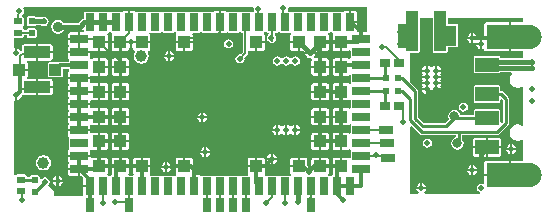
<source format=gtl>
G04 Layer_Physical_Order=1*
G04 Layer_Color=255*
%FSLAX25Y25*%
%MOIN*%
G70*
G01*
G75*
%ADD10R,0.07874X0.04724*%
%ADD11R,0.15748X0.08268*%
%ADD12R,0.04134X0.03937*%
%ADD13R,0.08661X0.04134*%
%ADD14R,0.02500X0.05000*%
%ADD15R,0.05905X0.03150*%
%ADD16R,0.03150X0.05905*%
%ADD17R,0.04331X0.04331*%
%ADD18R,0.02756X0.02362*%
%ADD19R,0.02756X0.02362*%
%ADD20R,0.03858X0.13386*%
%ADD21R,0.02028X0.02362*%
%ADD22R,0.02362X0.02028*%
%ADD23R,0.03347X0.02559*%
%ADD24R,0.05000X0.02500*%
G04:AMPARAMS|DCode=25|XSize=31.5mil|YSize=31.5mil|CornerRadius=15.75mil|HoleSize=0mil|Usage=FLASHONLY|Rotation=90.000|XOffset=0mil|YOffset=0mil|HoleType=Round|Shape=RoundedRectangle|*
%AMROUNDEDRECTD25*
21,1,0.03150,0.00000,0,0,90.0*
21,1,0.00000,0.03150,0,0,90.0*
1,1,0.03150,0.00000,0.00000*
1,1,0.03150,0.00000,0.00000*
1,1,0.03150,0.00000,0.00000*
1,1,0.03150,0.00000,0.00000*
%
%ADD25ROUNDEDRECTD25*%
%ADD26C,0.00700*%
%ADD27C,0.01200*%
%ADD28C,0.00500*%
%ADD29C,0.01500*%
%ADD30C,0.01000*%
%ADD31C,0.01600*%
%ADD32R,0.05750X0.09901*%
%ADD33R,0.04900X0.08100*%
%ADD34R,0.04400X0.06700*%
%ADD35O,0.15748X0.07874*%
%ADD36C,0.03937*%
%ADD37C,0.02000*%
%ADD38C,0.03600*%
G36*
X174000Y65279D02*
X169891D01*
Y60431D01*
Y55584D01*
X174000D01*
Y53325D01*
X166342D01*
Y53542D01*
X166183Y53924D01*
X165801Y54083D01*
X157927D01*
X157544Y53924D01*
X157386Y53542D01*
Y48817D01*
X157544Y48435D01*
X157927Y48276D01*
X165801D01*
X166183Y48435D01*
X166283Y48674D01*
X170013D01*
X170178Y48180D01*
X170089Y48120D01*
X169610Y47404D01*
X169589Y47298D01*
X169529Y47209D01*
X169361Y46364D01*
X169382Y46258D01*
X169361Y46153D01*
X169529Y45308D01*
X169589Y45218D01*
X169610Y45113D01*
X170089Y44396D01*
X170178Y44337D01*
X170238Y44247D01*
X170954Y43769D01*
X171060Y43748D01*
X171150Y43688D01*
X171994Y43520D01*
X172049Y43530D01*
X172100Y43509D01*
X172151Y43530D01*
X172206Y43520D01*
X173050Y43688D01*
X173140Y43748D01*
X173246Y43769D01*
X173500Y43939D01*
X174000Y43671D01*
Y31129D01*
X173500Y30861D01*
X173246Y31031D01*
X173140Y31052D01*
X173050Y31112D01*
X172206Y31280D01*
X172151Y31269D01*
X172100Y31291D01*
X172049Y31269D01*
X171994Y31280D01*
X171150Y31112D01*
X171060Y31052D01*
X170954Y31031D01*
X170238Y30553D01*
X170178Y30463D01*
X170089Y30404D01*
X169610Y29687D01*
X169589Y29582D01*
X169529Y29492D01*
X169361Y28647D01*
X169382Y28542D01*
X169361Y28436D01*
X169529Y27591D01*
X169589Y27502D01*
X169610Y27396D01*
X170089Y26680D01*
X170178Y26620D01*
X170238Y26531D01*
X170954Y26052D01*
X171060Y26031D01*
X171150Y25971D01*
X171994Y25803D01*
X172049Y25814D01*
X172100Y25793D01*
X172151Y25814D01*
X172206Y25803D01*
X173050Y25971D01*
X173140Y26031D01*
X173246Y26052D01*
X173500Y26222D01*
X174000Y25955D01*
Y19216D01*
X169891D01*
Y14368D01*
X169541D01*
Y14018D01*
X160953D01*
Y11723D01*
X160453Y11439D01*
X160000Y11529D01*
X159415Y11413D01*
X158919Y11081D01*
X158587Y10585D01*
X158471Y10000D01*
X158587Y9415D01*
X158919Y8919D01*
X159395Y8600D01*
X159403Y8562D01*
X159281Y8100D01*
X141116D01*
X140965Y8600D01*
X141226Y8774D01*
X141601Y9337D01*
X141664Y9650D01*
X138336D01*
X138399Y9337D01*
X138774Y8774D01*
X139035Y8600D01*
X138884Y8100D01*
X136200D01*
Y30523D01*
X136662Y30714D01*
X139397Y27979D01*
X139727Y27758D01*
X140118Y27680D01*
X151639D01*
Y27044D01*
X151190Y26955D01*
X150504Y26496D01*
X150045Y25810D01*
X149884Y25000D01*
X150045Y24190D01*
X150504Y23504D01*
X151190Y23045D01*
X152000Y22884D01*
X152810Y23045D01*
X153496Y23504D01*
X153955Y24190D01*
X154116Y25000D01*
X153955Y25810D01*
X153678Y26223D01*
Y27680D01*
X165200D01*
X165590Y27758D01*
X165921Y27979D01*
X168921Y30979D01*
X169142Y31310D01*
X169220Y31700D01*
Y39800D01*
X169142Y40190D01*
X168921Y40521D01*
X167384Y42058D01*
X167053Y42279D01*
X166663Y42357D01*
X166342D01*
Y43699D01*
X166183Y44082D01*
X165801Y44240D01*
X157927D01*
X157544Y44082D01*
X157386Y43699D01*
Y38975D01*
X157544Y38592D01*
X157927Y38434D01*
X165801D01*
X166183Y38592D01*
X166342Y38975D01*
Y39563D01*
X166804Y39754D01*
X167180Y39378D01*
Y32122D01*
X166804Y31746D01*
X166342Y31937D01*
Y35825D01*
X166183Y36208D01*
X165801Y36366D01*
X157927D01*
X157544Y36208D01*
X157386Y35825D01*
Y34483D01*
X153020D01*
X152955Y34810D01*
X152496Y35496D01*
X151810Y35955D01*
X151000Y36116D01*
X150190Y35955D01*
X149504Y35496D01*
X149045Y34810D01*
X148884Y34000D01*
X149045Y33190D01*
X149142Y33046D01*
X147715Y31620D01*
X140922D01*
X138920Y33622D01*
Y42300D01*
X138842Y42690D01*
X138621Y43021D01*
X136200Y45442D01*
Y55166D01*
X138864D01*
X139247Y55324D01*
X139405Y55707D01*
Y66700D01*
X143795D01*
Y55707D01*
X143953Y55324D01*
X144336Y55166D01*
X148194D01*
X148577Y55324D01*
X148735Y55707D01*
Y56959D01*
X151800D01*
X152183Y57117D01*
X152341Y57500D01*
Y64200D01*
X152183Y64583D01*
X151800Y64741D01*
X148735D01*
Y66700D01*
X174000D01*
Y65279D01*
D02*
G37*
G36*
X122000Y61942D02*
X120344D01*
Y59654D01*
X119644D01*
Y61942D01*
X118914D01*
X118543Y62410D01*
Y65012D01*
X116254D01*
Y65362D01*
X115904D01*
Y69029D01*
X114680D01*
X114406Y68974D01*
X114317Y68915D01*
X113881Y68698D01*
X113498Y68856D01*
X110349D01*
X109966Y68698D01*
X109550D01*
X109443Y68742D01*
X109168Y68856D01*
X106018D01*
X105635Y68698D01*
X105220D01*
X105113Y68742D01*
X104837Y68856D01*
X101687D01*
X101305Y68698D01*
X100889D01*
X100782Y68742D01*
X100506Y68856D01*
X97357D01*
X96974Y68698D01*
X96558D01*
X96451Y68742D01*
X96176Y68856D01*
X95641D01*
X95374Y69356D01*
X95413Y69415D01*
X95529Y70000D01*
X95527Y70013D01*
X95844Y70400D01*
X122000D01*
Y61942D01*
D02*
G37*
G36*
X84093Y70013D02*
X84071Y69900D01*
X84187Y69315D01*
X84028Y68810D01*
X83530Y68713D01*
X83459Y68742D01*
X83183Y68856D01*
X80034D01*
X79651Y68698D01*
X79236D01*
X79128Y68742D01*
X78853Y68856D01*
X75703D01*
X75321Y68698D01*
X74884Y68915D01*
X74795Y68974D01*
X74522Y69029D01*
X73297D01*
Y65362D01*
Y61696D01*
X74522D01*
X74795Y61750D01*
X74884Y61810D01*
X75321Y62027D01*
X75703Y61868D01*
X78853D01*
X79236Y62027D01*
X79651D01*
X79758Y61982D01*
X80034Y61868D01*
X80442D01*
Y55268D01*
X79753Y54579D01*
X79500Y54629D01*
X78915Y54513D01*
X78419Y54181D01*
X78087Y53685D01*
X77971Y53100D01*
X78087Y52515D01*
X78419Y52019D01*
X78915Y51687D01*
X79500Y51571D01*
X80085Y51687D01*
X80581Y52019D01*
X80913Y52515D01*
X81029Y53100D01*
X80979Y53353D01*
X81921Y54296D01*
X82109Y54577D01*
X82175Y54909D01*
Y55471D01*
X82267Y55571D01*
X82675Y55813D01*
X82790Y55790D01*
X84605D01*
Y58669D01*
X84955D01*
Y59019D01*
X87834D01*
Y60835D01*
X87780Y61108D01*
X87625Y61339D01*
X87556Y61386D01*
X87546Y61505D01*
X87633Y61917D01*
X87897Y62027D01*
X88313D01*
X88420Y61982D01*
X88695Y61868D01*
X89003D01*
X89083Y61787D01*
X89020Y61150D01*
X88919Y61081D01*
X88587Y60585D01*
X88471Y60000D01*
X88587Y59415D01*
X88919Y58919D01*
X89415Y58587D01*
X89518Y58566D01*
X89768Y58399D01*
X90100Y58333D01*
X90432Y58399D01*
X90713Y58587D01*
X90883Y58757D01*
X90917Y58809D01*
X91081Y58919D01*
X91413Y59415D01*
X91529Y60000D01*
X91413Y60585D01*
X91137Y60999D01*
Y61868D01*
X91845D01*
X92228Y62027D01*
X92643D01*
X92750Y61982D01*
X93026Y61868D01*
X96176D01*
X96473Y61991D01*
X96539Y61973D01*
X96559Y61962D01*
X96606Y61793D01*
X96642Y61462D01*
X96458Y61339D01*
X96304Y61108D01*
X96249Y60835D01*
Y59019D01*
X99128D01*
Y58669D01*
X99478D01*
Y55790D01*
X100928D01*
X101289Y55350D01*
X104723D01*
X105072Y55790D01*
X105865D01*
Y58669D01*
X106215D01*
Y59019D01*
X109094D01*
Y60835D01*
X109040Y61108D01*
X108885Y61339D01*
X108842Y61368D01*
X108993Y61868D01*
X109168D01*
X109550Y62027D01*
X109966D01*
X110073Y61982D01*
X110349Y61868D01*
X110523D01*
X110675Y61368D01*
X110632Y61339D01*
X110477Y61108D01*
X110423Y60835D01*
Y59019D01*
X113302D01*
Y58669D01*
X113652D01*
Y55790D01*
X115467D01*
X115740Y55845D01*
X115972Y55999D01*
X116001Y56043D01*
X116501Y55891D01*
Y53748D01*
X116586Y53541D01*
X116405Y53244D01*
X115845Y53156D01*
X115740Y53226D01*
X115467Y53281D01*
X113652D01*
Y50402D01*
Y47523D01*
X115467D01*
X115740Y47577D01*
X115972Y47732D01*
X116001Y47775D01*
X116501Y47623D01*
Y45087D01*
X116624Y44789D01*
X116604Y44718D01*
X116596Y44702D01*
X116396Y44647D01*
X116100Y44611D01*
X115972Y44804D01*
X115740Y44959D01*
X115467Y45013D01*
X113652D01*
Y42134D01*
Y39255D01*
X115467D01*
X115740Y39309D01*
X115972Y39464D01*
X116001Y39507D01*
X116501Y39355D01*
Y36645D01*
X116001Y36493D01*
X115972Y36536D01*
X115740Y36691D01*
X115467Y36745D01*
X113652D01*
Y33866D01*
Y30987D01*
X115467D01*
X115740Y31041D01*
X115972Y31196D01*
X116100Y31389D01*
X116396Y31353D01*
X116596Y31298D01*
X116604Y31282D01*
X116624Y31211D01*
X116501Y30913D01*
Y28377D01*
X116001Y28225D01*
X115972Y28269D01*
X115740Y28423D01*
X115467Y28477D01*
X113652D01*
Y25598D01*
Y22719D01*
X115467D01*
X115740Y22774D01*
X115972Y22928D01*
X116522Y22899D01*
X116659Y22806D01*
Y22635D01*
X116654Y22622D01*
X116501Y22252D01*
Y20109D01*
X116001Y19957D01*
X115972Y20001D01*
X115740Y20155D01*
X115467Y20210D01*
X113652D01*
Y17331D01*
X113302D01*
Y16981D01*
X110423D01*
Y15165D01*
X110477Y14892D01*
X110536Y14804D01*
X110368Y14356D01*
X110318Y14298D01*
X110076Y14250D01*
X109987Y14190D01*
X109550Y13973D01*
X109168Y14132D01*
X108993D01*
X108842Y14632D01*
X108885Y14661D01*
X109040Y14892D01*
X109094Y15165D01*
Y16981D01*
X106215D01*
Y17331D01*
X105865D01*
Y20210D01*
X104050D01*
X103777Y20155D01*
X103545Y20001D01*
X103390Y19769D01*
X103336Y19496D01*
Y17542D01*
X102850Y17177D01*
Y15500D01*
X102150D01*
Y17412D01*
X102007Y17529D01*
Y19496D01*
X101953Y19769D01*
X101798Y20001D01*
X101567Y20155D01*
X101294Y20210D01*
X99478D01*
Y17331D01*
X99128D01*
Y16981D01*
X96249D01*
Y15165D01*
X96304Y14892D01*
X96458Y14661D01*
X96651Y14532D01*
X96616Y14236D01*
X96561Y14037D01*
X96545Y14028D01*
X96473Y14008D01*
X96176Y14132D01*
X93026D01*
X92656Y13979D01*
X92643Y13973D01*
X92228D01*
X92215Y13979D01*
X91845Y14132D01*
X88695D01*
X88313Y13973D01*
X87876Y14190D01*
X87849Y14209D01*
X87767Y14373D01*
X87703Y14777D01*
X87780Y14892D01*
X87834Y15165D01*
Y16981D01*
X84955D01*
X82076D01*
Y15165D01*
X82130Y14892D01*
X82285Y14661D01*
X82328Y14632D01*
X82177Y14132D01*
X80034D01*
X79664Y13979D01*
X79651Y13973D01*
X79236D01*
X79223Y13979D01*
X78853Y14132D01*
X75703D01*
X75333Y13979D01*
X75321Y13973D01*
X74905D01*
X74892Y13979D01*
X74522Y14132D01*
X71372D01*
X71003Y13979D01*
X70990Y13973D01*
X70574D01*
X70561Y13979D01*
X70191Y14132D01*
X67042D01*
X66659Y13973D01*
X66223Y14190D01*
X66134Y14250D01*
X65861Y14304D01*
X64636D01*
Y10638D01*
X63936D01*
Y14304D01*
X63927D01*
X63891Y14344D01*
X63705Y14804D01*
X63764Y14892D01*
X63819Y15165D01*
Y16981D01*
X60939D01*
X58060D01*
Y15165D01*
X58115Y14892D01*
X58269Y14661D01*
X58339Y14614D01*
X58349Y14495D01*
X58262Y14083D01*
X57998Y13973D01*
X57582D01*
X57569Y13979D01*
X57199Y14132D01*
X54050D01*
X53680Y13979D01*
X53667Y13973D01*
X53251D01*
X53238Y13979D01*
X52868Y14132D01*
X49719D01*
X49646Y14102D01*
X49569Y14148D01*
X49518Y14345D01*
X49485Y14734D01*
X49591Y14892D01*
X49645Y15165D01*
Y16981D01*
X46766D01*
X43887D01*
Y15165D01*
X43941Y14892D01*
X44096Y14661D01*
X44140Y14632D01*
X43988Y14132D01*
X42458D01*
X42306Y14632D01*
X42350Y14661D01*
X42504Y14892D01*
X42559Y15165D01*
Y16981D01*
X39680D01*
X36801D01*
Y15165D01*
X36855Y14892D01*
X36914Y14804D01*
X36746Y14356D01*
X36696Y14298D01*
X36454Y14250D01*
X36365Y14190D01*
X35928Y13973D01*
X35546Y14132D01*
X35371D01*
X35220Y14632D01*
X35263Y14661D01*
X35418Y14892D01*
X35472Y15165D01*
Y16981D01*
X32593D01*
Y17331D01*
X32243D01*
Y20210D01*
X30428D01*
X30154Y20155D01*
X30066Y20097D01*
X29606Y20283D01*
X29566Y20318D01*
Y20327D01*
X25900D01*
X22234D01*
Y19102D01*
X22288Y18829D01*
X22443Y18598D01*
Y18426D01*
X22288Y18194D01*
X22234Y17921D01*
Y16696D01*
X25900D01*
Y16346D01*
X26250D01*
Y14058D01*
X26980D01*
X27352Y13590D01*
Y10988D01*
X29640D01*
Y10288D01*
X27352D01*
Y7685D01*
X27215Y7518D01*
X17954Y7501D01*
X17600Y7854D01*
Y9000D01*
X15581Y11019D01*
X15913Y11515D01*
X16029Y12100D01*
X15913Y12685D01*
X15581Y13181D01*
X15085Y13513D01*
X14500Y13629D01*
X13915Y13513D01*
X13419Y13181D01*
X13322Y13037D01*
X12822Y13189D01*
Y13832D01*
X12664Y14214D01*
X12281Y14373D01*
X9919D01*
X9536Y14214D01*
X9380Y13837D01*
X8419D01*
Y14051D01*
X8261Y14434D01*
X7878Y14592D01*
X5122D01*
X4739Y14434D01*
X4700Y14339D01*
X4200Y14438D01*
Y38934D01*
X4650Y39287D01*
Y41000D01*
X5350D01*
Y39336D01*
X5663Y39399D01*
X6226Y39774D01*
X6601Y40337D01*
X6713Y40898D01*
X7019Y41049D01*
X7221Y41084D01*
X7396Y40967D01*
X7670Y40912D01*
X11650D01*
Y43693D01*
Y46474D01*
X8640D01*
X8488Y46974D01*
X8568Y47027D01*
X8722Y47258D01*
X8777Y47532D01*
Y49150D01*
X5996D01*
Y49850D01*
X8777D01*
Y51468D01*
X8722Y51742D01*
X8568Y51973D01*
X8488Y52026D01*
X8640Y52526D01*
X11650D01*
Y55307D01*
Y58088D01*
X7670D01*
X7396Y58033D01*
X7165Y57879D01*
X7010Y57647D01*
X6956Y57374D01*
Y56033D01*
X6456Y55881D01*
X6226Y56226D01*
X5663Y56601D01*
X5350Y56664D01*
Y55000D01*
X4650D01*
Y56713D01*
X4200Y57066D01*
Y60108D01*
X6878D01*
X7261Y60266D01*
X7419Y60649D01*
Y60963D01*
X8378D01*
Y60668D01*
X8536Y60286D01*
X8919Y60127D01*
X11281D01*
X11664Y60286D01*
X11822Y60668D01*
Y62696D01*
X11664Y63079D01*
X11281Y63237D01*
X8919D01*
X8536Y63079D01*
X8378Y62697D01*
X7419D01*
Y63011D01*
X7261Y63394D01*
X7175Y63429D01*
Y63971D01*
X7261Y64006D01*
X7419Y64389D01*
Y66751D01*
X7261Y67134D01*
X6981Y67250D01*
X6883Y67588D01*
X6887Y67788D01*
X7081Y67919D01*
X7413Y68415D01*
X7529Y69000D01*
X7413Y69585D01*
X7203Y69900D01*
X7436Y70400D01*
X83776D01*
X84093Y70013D01*
D02*
G37*
%LPC*%
G36*
X169650Y24664D02*
X169337Y24601D01*
X168774Y24226D01*
X168399Y23663D01*
X168336Y23350D01*
X169650D01*
Y24664D01*
D02*
G37*
G36*
X161514Y26696D02*
X157927D01*
X157654Y26642D01*
X157422Y26487D01*
X157267Y26256D01*
X157213Y25983D01*
Y23970D01*
X161514D01*
Y26696D01*
D02*
G37*
G36*
X165801D02*
X162214D01*
Y23970D01*
X166515D01*
Y25983D01*
X166460Y26256D01*
X166305Y26487D01*
X166074Y26642D01*
X165801Y26696D01*
D02*
G37*
G36*
X170350Y24664D02*
Y23350D01*
X171664D01*
X171601Y23663D01*
X171226Y24226D01*
X170663Y24601D01*
X170350Y24664D01*
D02*
G37*
G36*
X142000Y26529D02*
X141415Y26413D01*
X140919Y26081D01*
X140587Y25585D01*
X140471Y25000D01*
X140587Y24415D01*
X140919Y23919D01*
X141415Y23587D01*
X142000Y23471D01*
X142585Y23587D01*
X143081Y23919D01*
X143413Y24415D01*
X143529Y25000D01*
X143413Y25585D01*
X143081Y26081D01*
X142585Y26413D01*
X142000Y26529D01*
D02*
G37*
G36*
X171664Y22650D02*
X170350D01*
Y21336D01*
X170663Y21399D01*
X171226Y21774D01*
X171601Y22337D01*
X171664Y22650D01*
D02*
G37*
G36*
X169650D02*
X168336D01*
X168399Y22337D01*
X168774Y21774D01*
X169337Y21399D01*
X169650Y21336D01*
Y22650D01*
D02*
G37*
G36*
X166515Y23270D02*
X162214D01*
Y20545D01*
X165801D01*
X166074Y20599D01*
X166305Y20754D01*
X166460Y20985D01*
X166515Y21258D01*
Y23270D01*
D02*
G37*
G36*
X156650Y17664D02*
X156337Y17601D01*
X155774Y17226D01*
X155399Y16663D01*
X155336Y16350D01*
X156650D01*
Y17664D01*
D02*
G37*
G36*
X169191Y19216D02*
X161667D01*
X161394Y19162D01*
X161162Y19007D01*
X161008Y18776D01*
X160953Y18502D01*
Y14718D01*
X169191D01*
Y19216D01*
D02*
G37*
G36*
X157350Y17664D02*
Y16350D01*
X158664D01*
X158601Y16663D01*
X158226Y17226D01*
X157663Y17601D01*
X157350Y17664D01*
D02*
G37*
G36*
X158664Y15650D02*
X157350D01*
Y14336D01*
X157663Y14399D01*
X158226Y14774D01*
X158601Y15337D01*
X158664Y15650D01*
D02*
G37*
G36*
X139650Y11664D02*
X139337Y11601D01*
X138774Y11226D01*
X138399Y10663D01*
X138336Y10350D01*
X139650D01*
Y11664D01*
D02*
G37*
G36*
X140350D02*
Y10350D01*
X141664D01*
X141601Y10663D01*
X141226Y11226D01*
X140663Y11601D01*
X140350Y11664D01*
D02*
G37*
G36*
X156650Y15650D02*
X155336D01*
X155399Y15337D01*
X155774Y14774D01*
X156337Y14399D01*
X156650Y14336D01*
Y15650D01*
D02*
G37*
G36*
X161514Y23270D02*
X157213D01*
Y21258D01*
X157267Y20985D01*
X157422Y20754D01*
X157654Y20599D01*
X157927Y20545D01*
X161514D01*
Y23270D01*
D02*
G37*
G36*
X144450Y50701D02*
X144137Y50638D01*
X143574Y50263D01*
X143550Y50226D01*
X143050D01*
X143026Y50263D01*
X142463Y50638D01*
X142150Y50701D01*
Y49037D01*
X141800D01*
Y48687D01*
X140136D01*
X140199Y48374D01*
X140413Y48053D01*
X140199Y47732D01*
X140136Y47418D01*
X141800D01*
Y46718D01*
X140136D01*
X140199Y46405D01*
X140413Y46084D01*
X140199Y45763D01*
X140136Y45450D01*
X141800D01*
Y44750D01*
X140136D01*
X140199Y44437D01*
X140413Y44116D01*
X140199Y43795D01*
X140136Y43481D01*
X141800D01*
Y43132D01*
X142150D01*
Y41468D01*
X142463Y41530D01*
X142989Y41882D01*
X143141Y41942D01*
X143459D01*
X143611Y41882D01*
X144137Y41530D01*
X144450Y41468D01*
Y43132D01*
X144800D01*
Y43481D01*
X146464D01*
X146401Y43795D01*
X146187Y44116D01*
X146401Y44437D01*
X146464Y44750D01*
X144800D01*
Y45450D01*
X146464D01*
X146401Y45763D01*
X146187Y46084D01*
X146401Y46405D01*
X146464Y46718D01*
X144800D01*
Y47418D01*
X146464D01*
X146401Y47732D01*
X146187Y48053D01*
X146401Y48374D01*
X146464Y48687D01*
X144800D01*
Y49037D01*
X144450D01*
Y50701D01*
D02*
G37*
G36*
X156650Y61664D02*
X156337Y61601D01*
X155774Y61226D01*
X155399Y60663D01*
X155336Y60350D01*
X156650D01*
Y61664D01*
D02*
G37*
G36*
X157350D02*
Y60350D01*
X158664D01*
X158601Y60663D01*
X158226Y61226D01*
X157663Y61601D01*
X157350Y61664D01*
D02*
G37*
G36*
X169191Y60081D02*
X160953D01*
Y59963D01*
X160453Y59643D01*
X160350Y59664D01*
Y58000D01*
Y56336D01*
X160453Y56357D01*
X160732Y56324D01*
X161007Y56027D01*
X161008Y56024D01*
X161162Y55793D01*
X161394Y55638D01*
X161667Y55584D01*
X169191D01*
Y60081D01*
D02*
G37*
G36*
Y65279D02*
X161667D01*
X161394Y65225D01*
X161162Y65070D01*
X161008Y64838D01*
X160953Y64565D01*
Y60782D01*
X169191D01*
Y65279D01*
D02*
G37*
G36*
X159650Y59664D02*
X159337Y59601D01*
X159137Y59468D01*
X158865Y59650D01*
X157350D01*
Y58336D01*
X157663Y58399D01*
X157863Y58532D01*
X158135Y58350D01*
X159650D01*
Y59664D01*
D02*
G37*
G36*
X156650Y59650D02*
X155336D01*
X155399Y59337D01*
X155774Y58774D01*
X156337Y58399D01*
X156650Y58336D01*
Y59650D01*
D02*
G37*
G36*
X159650Y57650D02*
X158336D01*
X158399Y57337D01*
X158774Y56774D01*
X159337Y56399D01*
X159650Y56336D01*
Y57650D01*
D02*
G37*
G36*
X145150Y50701D02*
Y49387D01*
X146464D01*
X146401Y49700D01*
X146026Y50263D01*
X145463Y50638D01*
X145150Y50701D01*
D02*
G37*
G36*
X154000Y38529D02*
X153415Y38413D01*
X152919Y38081D01*
X152587Y37585D01*
X152471Y37000D01*
X152587Y36415D01*
X152919Y35919D01*
X153415Y35587D01*
X154000Y35471D01*
X154585Y35587D01*
X155081Y35919D01*
X155413Y36415D01*
X155529Y37000D01*
X155413Y37585D01*
X155081Y38081D01*
X154585Y38413D01*
X154000Y38529D01*
D02*
G37*
G36*
X141450Y50701D02*
X141137Y50638D01*
X140574Y50263D01*
X140199Y49700D01*
X140136Y49387D01*
X141450D01*
Y50701D01*
D02*
G37*
G36*
X146464Y42781D02*
X145150D01*
Y41468D01*
X145463Y41530D01*
X146026Y41906D01*
X146401Y42468D01*
X146464Y42781D01*
D02*
G37*
G36*
X141450D02*
X140136D01*
X140199Y42468D01*
X140574Y41906D01*
X141137Y41530D01*
X141450Y41468D01*
Y42781D01*
D02*
G37*
G36*
X117829Y69029D02*
X116604D01*
Y65712D01*
X118543D01*
Y68315D01*
X118489Y68588D01*
X118334Y68820D01*
X118102Y68974D01*
X117829Y69029D01*
D02*
G37*
G36*
X112952Y25248D02*
X110423D01*
Y23433D01*
X110477Y23160D01*
X110632Y22928D01*
X110863Y22774D01*
X111136Y22719D01*
X112952D01*
Y25248D01*
D02*
G37*
G36*
X105865D02*
X103336D01*
Y23433D01*
X103390Y23160D01*
X103545Y22928D01*
X103777Y22774D01*
X104050Y22719D01*
X105865D01*
Y25248D01*
D02*
G37*
G36*
X109094D02*
X106565D01*
Y22719D01*
X108380D01*
X108653Y22774D01*
X108885Y22928D01*
X109040Y23160D01*
X109094Y23433D01*
Y25248D01*
D02*
G37*
G36*
X67650Y23664D02*
X67337Y23601D01*
X66774Y23226D01*
X66399Y22663D01*
X66336Y22350D01*
X67650D01*
Y23664D01*
D02*
G37*
G36*
X14106Y21038D02*
X14000Y21017D01*
X13894Y21038D01*
X13126Y20885D01*
X13037Y20825D01*
X12931Y20804D01*
X12280Y20369D01*
X12220Y20280D01*
X12131Y20220D01*
X11696Y19569D01*
X11675Y19463D01*
X11615Y19374D01*
X11462Y18606D01*
X11473Y18551D01*
X11452Y18500D01*
X11473Y18449D01*
X11462Y18394D01*
X11615Y17626D01*
X11675Y17537D01*
X11696Y17431D01*
X12131Y16780D01*
X12220Y16720D01*
X12280Y16631D01*
X12931Y16196D01*
X13037Y16175D01*
X13126Y16115D01*
X13894Y15962D01*
X14000Y15983D01*
X14106Y15962D01*
X14874Y16115D01*
X14963Y16175D01*
X15069Y16196D01*
X15720Y16631D01*
X15780Y16720D01*
X15869Y16780D01*
X16304Y17431D01*
X16325Y17537D01*
X16385Y17626D01*
X16538Y18394D01*
X16527Y18449D01*
X16548Y18500D01*
X16527Y18551D01*
X16538Y18606D01*
X16385Y19374D01*
X16325Y19463D01*
X16304Y19569D01*
X15869Y20220D01*
X15780Y20280D01*
X15720Y20369D01*
X15069Y20804D01*
X14963Y20825D01*
X14874Y20885D01*
X14106Y21038D01*
D02*
G37*
G36*
X68350Y23664D02*
Y22350D01*
X69664D01*
X69601Y22663D01*
X69226Y23226D01*
X68663Y23601D01*
X68350Y23664D01*
D02*
G37*
G36*
X39330Y25248D02*
X36801D01*
Y23433D01*
X36855Y23160D01*
X37010Y22928D01*
X37241Y22774D01*
X37514Y22719D01*
X39330D01*
Y25248D01*
D02*
G37*
G36*
X42559D02*
X40030D01*
Y22719D01*
X41845D01*
X42118Y22774D01*
X42350Y22928D01*
X42504Y23160D01*
X42559Y23433D01*
Y25248D01*
D02*
G37*
G36*
X29566Y28989D02*
X25900D01*
X22234D01*
Y27764D01*
X22288Y27491D01*
X22347Y27402D01*
X22565Y26965D01*
X22406Y26583D01*
Y23433D01*
X22565Y23050D01*
X22347Y22614D01*
X22288Y22525D01*
X22234Y22252D01*
Y21027D01*
X25900D01*
X29566D01*
Y22252D01*
X29512Y22525D01*
X29453Y22614D01*
X29442Y22635D01*
X29463Y22717D01*
X29914Y22924D01*
X29924Y22928D01*
X30154Y22774D01*
X30428Y22719D01*
X32243D01*
Y25598D01*
Y28477D01*
X30428D01*
X30154Y28423D01*
X30066Y28364D01*
X29606Y28550D01*
X29566Y28586D01*
Y28989D01*
D02*
G37*
G36*
X35472Y25248D02*
X32943D01*
Y22719D01*
X34758D01*
X35031Y22774D01*
X35263Y22928D01*
X35418Y23160D01*
X35472Y23433D01*
Y25248D01*
D02*
G37*
G36*
X97650Y31064D02*
X97337Y31001D01*
X96774Y30626D01*
X96750Y30589D01*
X96250D01*
X96226Y30626D01*
X95663Y31001D01*
X95350Y31064D01*
Y29400D01*
Y27736D01*
X95663Y27799D01*
X96226Y28174D01*
X96250Y28211D01*
X96750D01*
X96774Y28174D01*
X97337Y27799D01*
X97650Y27736D01*
Y29400D01*
Y31064D01*
D02*
G37*
G36*
X29566Y37650D02*
X25900D01*
X22234D01*
Y36425D01*
X22288Y36152D01*
X22443Y35921D01*
Y35749D01*
X22288Y35517D01*
X22234Y35244D01*
Y34019D01*
X25900D01*
Y33319D01*
X22234D01*
Y32094D01*
X22288Y31821D01*
X22443Y31590D01*
Y31418D01*
X22288Y31187D01*
X22234Y30913D01*
Y29689D01*
X25900D01*
X29566D01*
Y30879D01*
X29644Y30948D01*
X30035Y31121D01*
X30154Y31041D01*
X30428Y30987D01*
X32243D01*
Y33866D01*
Y36745D01*
X30428D01*
X30154Y36691D01*
X30066Y36632D01*
X29606Y36818D01*
X29566Y36854D01*
Y37650D01*
D02*
G37*
G36*
X98350Y31064D02*
Y29750D01*
X99664D01*
X99601Y30063D01*
X99226Y30626D01*
X98663Y31001D01*
X98350Y31064D01*
D02*
G37*
G36*
X94650D02*
X94337Y31001D01*
X93774Y30626D01*
X93750Y30589D01*
X93250D01*
X93226Y30626D01*
X92663Y31001D01*
X92350Y31064D01*
Y29400D01*
Y27736D01*
X92663Y27799D01*
X93226Y28174D01*
X93250Y28211D01*
X93750D01*
X93774Y28174D01*
X94337Y27799D01*
X94650Y27736D01*
Y29400D01*
Y31064D01*
D02*
G37*
G36*
X35472Y33516D02*
X32943D01*
Y30987D01*
X34758D01*
X35031Y31041D01*
X35263Y31196D01*
X35418Y31428D01*
X35472Y31701D01*
Y33516D01*
D02*
G37*
G36*
X105865D02*
X103336D01*
Y31701D01*
X103390Y31428D01*
X103545Y31196D01*
X103777Y31041D01*
X104050Y30987D01*
X105865D01*
Y33516D01*
D02*
G37*
G36*
X109094D02*
X106565D01*
Y30987D01*
X108380D01*
X108653Y31041D01*
X108885Y31196D01*
X109040Y31428D01*
X109094Y31701D01*
Y33516D01*
D02*
G37*
G36*
X39330D02*
X36801D01*
Y31701D01*
X36855Y31428D01*
X37010Y31196D01*
X37241Y31041D01*
X37514Y30987D01*
X39330D01*
Y33516D01*
D02*
G37*
G36*
X42559D02*
X40030D01*
Y30987D01*
X41845D01*
X42118Y31041D01*
X42350Y31196D01*
X42504Y31428D01*
X42559Y31701D01*
Y33516D01*
D02*
G37*
G36*
X112952Y28477D02*
X111136D01*
X110863Y28423D01*
X110632Y28269D01*
X110477Y28037D01*
X110423Y27764D01*
Y25949D01*
X112952D01*
Y28477D01*
D02*
G37*
G36*
X41845D02*
X40030D01*
Y25949D01*
X42559D01*
Y27764D01*
X42504Y28037D01*
X42350Y28269D01*
X42118Y28423D01*
X41845Y28477D01*
D02*
G37*
G36*
X39330D02*
X37514D01*
X37241Y28423D01*
X37010Y28269D01*
X36855Y28037D01*
X36801Y27764D01*
Y25949D01*
X39330D01*
Y28477D01*
D02*
G37*
G36*
X105865D02*
X104050D01*
X103777Y28423D01*
X103545Y28269D01*
X103390Y28037D01*
X103336Y27764D01*
Y25949D01*
X105865D01*
Y28477D01*
D02*
G37*
G36*
X108380D02*
X106565D01*
Y25949D01*
X109094D01*
Y27764D01*
X109040Y28037D01*
X108885Y28269D01*
X108653Y28423D01*
X108380Y28477D01*
D02*
G37*
G36*
X99664Y29050D02*
X98350D01*
Y27736D01*
X98663Y27799D01*
X99226Y28174D01*
X99601Y28737D01*
X99664Y29050D01*
D02*
G37*
G36*
X91650Y31064D02*
X91337Y31001D01*
X90774Y30626D01*
X90399Y30063D01*
X90336Y29750D01*
X91650D01*
Y31064D01*
D02*
G37*
G36*
X34758Y28477D02*
X32943D01*
Y25949D01*
X35472D01*
Y27764D01*
X35418Y28037D01*
X35263Y28269D01*
X35031Y28423D01*
X34758Y28477D01*
D02*
G37*
G36*
X91650Y29050D02*
X90336D01*
X90399Y28737D01*
X90774Y28174D01*
X91337Y27799D01*
X91650Y27736D01*
Y29050D01*
D02*
G37*
G36*
X56664Y16650D02*
X55350D01*
Y15336D01*
X55663Y15399D01*
X56226Y15774D01*
X56601Y16337D01*
X56664Y16650D01*
D02*
G37*
G36*
X54650D02*
X53336D01*
X53399Y16337D01*
X53774Y15774D01*
X54337Y15399D01*
X54650Y15336D01*
Y16650D01*
D02*
G37*
G36*
X55350Y18664D02*
Y17350D01*
X56664D01*
X56601Y17663D01*
X56226Y18226D01*
X55663Y18601D01*
X55350Y18664D01*
D02*
G37*
G36*
X84605Y20210D02*
X82790D01*
X82517Y20155D01*
X82285Y20001D01*
X82130Y19769D01*
X82076Y19496D01*
Y17681D01*
X84605D01*
Y20210D01*
D02*
G37*
G36*
X54650Y18664D02*
X54337Y18601D01*
X53774Y18226D01*
X53399Y17663D01*
X53336Y17350D01*
X54650D01*
Y18664D01*
D02*
G37*
G36*
X18350Y12050D02*
X17036D01*
X17099Y11737D01*
X17474Y11174D01*
X18037Y10799D01*
X18350Y10736D01*
Y12050D01*
D02*
G37*
G36*
X20364D02*
X19050D01*
Y10736D01*
X19363Y10799D01*
X19926Y11174D01*
X20301Y11737D01*
X20364Y12050D01*
D02*
G37*
G36*
X25550Y15996D02*
X22234D01*
Y14772D01*
X22288Y14499D01*
X22443Y14267D01*
X22674Y14112D01*
X22947Y14058D01*
X25550D01*
Y15996D01*
D02*
G37*
G36*
X18350Y14064D02*
X18037Y14001D01*
X17474Y13626D01*
X17099Y13063D01*
X17036Y12750D01*
X18350D01*
Y14064D01*
D02*
G37*
G36*
X19050D02*
Y12750D01*
X20364D01*
X20301Y13063D01*
X19926Y13626D01*
X19363Y14001D01*
X19050Y14064D01*
D02*
G37*
G36*
X39330Y20210D02*
X37514D01*
X37241Y20155D01*
X37010Y20001D01*
X36855Y19769D01*
X36801Y19496D01*
Y17681D01*
X39330D01*
Y20210D01*
D02*
G37*
G36*
X91764Y19350D02*
X90450D01*
Y18036D01*
X90763Y18099D01*
X91326Y18474D01*
X91701Y19037D01*
X91764Y19350D01*
D02*
G37*
G36*
X89750Y21364D02*
X89437Y21301D01*
X88874Y20926D01*
X88499Y20363D01*
X88436Y20050D01*
X89750D01*
Y21364D01*
D02*
G37*
G36*
X87120Y20210D02*
X85305D01*
Y17681D01*
X87834D01*
Y19496D01*
X87780Y19769D01*
X87625Y20001D01*
X87394Y20155D01*
X87120Y20210D01*
D02*
G37*
G36*
X89750Y19350D02*
X88436D01*
X88499Y19037D01*
X88874Y18474D01*
X89437Y18099D01*
X89750Y18036D01*
Y19350D01*
D02*
G37*
G36*
X69664Y21650D02*
X68350D01*
Y20336D01*
X68663Y20399D01*
X69226Y20774D01*
X69601Y21337D01*
X69664Y21650D01*
D02*
G37*
G36*
X90450Y21364D02*
Y20050D01*
X91764D01*
X91701Y20363D01*
X91326Y20926D01*
X90763Y21301D01*
X90450Y21364D01*
D02*
G37*
G36*
X67650Y21650D02*
X66336D01*
X66399Y21337D01*
X66774Y20774D01*
X67337Y20399D01*
X67650Y20336D01*
Y21650D01*
D02*
G37*
G36*
X34758Y20210D02*
X32943D01*
Y17681D01*
X35472D01*
Y19496D01*
X35418Y19769D01*
X35263Y20001D01*
X35031Y20155D01*
X34758Y20210D01*
D02*
G37*
G36*
X60589D02*
X58774D01*
X58501Y20155D01*
X58269Y20001D01*
X58115Y19769D01*
X58060Y19496D01*
Y17681D01*
X60589D01*
Y20210D01*
D02*
G37*
G36*
X112952D02*
X111136D01*
X110863Y20155D01*
X110632Y20001D01*
X110477Y19769D01*
X110423Y19496D01*
Y17681D01*
X112952D01*
Y20210D01*
D02*
G37*
G36*
X46416D02*
X44601D01*
X44328Y20155D01*
X44096Y20001D01*
X43941Y19769D01*
X43887Y19496D01*
Y17681D01*
X46416D01*
Y20210D01*
D02*
G37*
G36*
X98778D02*
X96963D01*
X96690Y20155D01*
X96458Y20001D01*
X96304Y19769D01*
X96249Y19496D01*
Y17681D01*
X98778D01*
Y20210D01*
D02*
G37*
G36*
X48932D02*
X47116D01*
Y17681D01*
X49645D01*
Y19496D01*
X49591Y19769D01*
X49436Y20001D01*
X49205Y20155D01*
X48932Y20210D01*
D02*
G37*
G36*
X108380D02*
X106565D01*
Y17681D01*
X109094D01*
Y19496D01*
X109040Y19769D01*
X108885Y20001D01*
X108653Y20155D01*
X108380Y20210D01*
D02*
G37*
G36*
X63105D02*
X61289D01*
Y17681D01*
X63819D01*
Y19496D01*
X63764Y19769D01*
X63609Y20001D01*
X63378Y20155D01*
X63105Y20210D01*
D02*
G37*
G36*
X41845D02*
X40030D01*
Y17681D01*
X42559D01*
Y19496D01*
X42504Y19769D01*
X42350Y20001D01*
X42118Y20155D01*
X41845Y20210D01*
D02*
G37*
G36*
X112952Y33516D02*
X110423D01*
Y31701D01*
X110477Y31428D01*
X110632Y31196D01*
X110863Y31041D01*
X111136Y30987D01*
X112952D01*
Y33516D01*
D02*
G37*
G36*
X98000Y53929D02*
X97415Y53813D01*
X96919Y53481D01*
X96801Y53305D01*
X96199D01*
X96081Y53481D01*
X95585Y53813D01*
X95000Y53929D01*
X94415Y53813D01*
X93919Y53481D01*
X93801Y53305D01*
X93199D01*
X93081Y53481D01*
X92585Y53813D01*
X92000Y53929D01*
X91415Y53813D01*
X90919Y53481D01*
X90587Y52985D01*
X90471Y52400D01*
X90587Y51815D01*
X90919Y51319D01*
X91415Y50987D01*
X92000Y50871D01*
X92585Y50987D01*
X93081Y51319D01*
X93199Y51495D01*
X93801D01*
X93919Y51319D01*
X94415Y50987D01*
X95000Y50871D01*
X95585Y50987D01*
X96081Y51319D01*
X96199Y51495D01*
X96801D01*
X96919Y51319D01*
X97415Y50987D01*
X98000Y50871D01*
X98585Y50987D01*
X99081Y51319D01*
X99413Y51815D01*
X99529Y52400D01*
X99413Y52985D01*
X99081Y53481D01*
X98585Y53813D01*
X98000Y53929D01*
D02*
G37*
G36*
X55650Y55664D02*
X55337Y55601D01*
X54774Y55226D01*
X54399Y54663D01*
X54336Y54350D01*
X55650D01*
Y55664D01*
D02*
G37*
G36*
X57664Y53650D02*
X56350D01*
Y52336D01*
X56663Y52399D01*
X57226Y52774D01*
X57601Y53337D01*
X57664Y53650D01*
D02*
G37*
G36*
X17044Y54957D02*
X12350D01*
Y52526D01*
X16330D01*
X16604Y52581D01*
X16835Y52735D01*
X16990Y52967D01*
X17044Y53240D01*
Y54957D01*
D02*
G37*
G36*
X35472Y58319D02*
X32943D01*
Y55790D01*
X34758D01*
X35031Y55845D01*
X35263Y55999D01*
X35418Y56231D01*
X35472Y56504D01*
Y58319D01*
D02*
G37*
G36*
X39330D02*
X36801D01*
Y56504D01*
X36855Y56231D01*
X37010Y55999D01*
X37241Y55845D01*
X37514Y55790D01*
X39330D01*
Y58319D01*
D02*
G37*
G36*
X56350Y55664D02*
Y54350D01*
X57664D01*
X57601Y54663D01*
X57226Y55226D01*
X56663Y55601D01*
X56350Y55664D01*
D02*
G37*
G36*
X16330Y58088D02*
X12350D01*
Y55657D01*
X17044D01*
Y57374D01*
X16990Y57647D01*
X16835Y57879D01*
X16604Y58033D01*
X16330Y58088D01*
D02*
G37*
G36*
X55650Y53650D02*
X54336D01*
X54399Y53337D01*
X54774Y52774D01*
X55337Y52399D01*
X55650Y52336D01*
Y53650D01*
D02*
G37*
G36*
X104664Y54650D02*
X101336D01*
X101399Y54337D01*
X101774Y53774D01*
X102337Y53399D01*
X103000Y53267D01*
X103085Y53284D01*
X103390Y52840D01*
X103336Y52567D01*
Y50752D01*
X105865D01*
Y53281D01*
X104387D01*
X104226Y53774D01*
X104601Y54337D01*
X104664Y54650D01*
D02*
G37*
G36*
X112952Y53281D02*
X111136D01*
X110863Y53226D01*
X110632Y53072D01*
X110477Y52840D01*
X110423Y52567D01*
Y50752D01*
X112952D01*
Y53281D01*
D02*
G37*
G36*
X39330D02*
X37514D01*
X37241Y53226D01*
X37010Y53072D01*
X36855Y52840D01*
X36801Y52567D01*
Y50752D01*
X39330D01*
Y53281D01*
D02*
G37*
G36*
X34758D02*
X32943D01*
Y50752D01*
X35472D01*
Y52567D01*
X35418Y52840D01*
X35263Y53072D01*
X35031Y53226D01*
X34758Y53281D01*
D02*
G37*
G36*
X29566Y54973D02*
X25900D01*
X22234D01*
Y53748D01*
X22288Y53475D01*
X22347Y53386D01*
X22565Y52950D01*
X22406Y52567D01*
Y52114D01*
X19496D01*
X19496Y52114D01*
X19067Y52028D01*
X19039Y52010D01*
X15937D01*
X15554Y51851D01*
X15396Y51468D01*
Y47532D01*
X15554Y47149D01*
X15937Y46990D01*
X20071D01*
X20454Y47149D01*
X20612Y47532D01*
Y49871D01*
X22406D01*
Y49417D01*
X22565Y49035D01*
X22347Y48599D01*
X22288Y48509D01*
X22234Y48236D01*
Y47011D01*
X25900D01*
X29566D01*
Y47414D01*
X29606Y47450D01*
X30066Y47636D01*
X30154Y47577D01*
X30428Y47523D01*
X32243D01*
Y50402D01*
Y53281D01*
X30428D01*
X30154Y53226D01*
X29924Y53072D01*
X29914Y53076D01*
X29463Y53283D01*
X29442Y53365D01*
X29453Y53386D01*
X29512Y53475D01*
X29566Y53748D01*
Y54973D01*
D02*
G37*
G36*
X41845Y53281D02*
X40030D01*
Y50752D01*
X42559D01*
Y52567D01*
X42504Y52840D01*
X42350Y53072D01*
X42118Y53226D01*
X41845Y53281D01*
D02*
G37*
G36*
X108380D02*
X106565D01*
Y50752D01*
X109094D01*
Y52567D01*
X109040Y52840D01*
X108885Y53072D01*
X108653Y53226D01*
X108380Y53281D01*
D02*
G37*
G36*
X60589Y58319D02*
X58060D01*
Y56504D01*
X58115Y56231D01*
X58269Y55999D01*
X58501Y55845D01*
X58774Y55790D01*
X60589D01*
Y58319D01*
D02*
G37*
G36*
X25550Y61942D02*
X22947D01*
X22674Y61888D01*
X22443Y61733D01*
X22288Y61501D01*
X22234Y61228D01*
Y60004D01*
X25550D01*
Y61942D01*
D02*
G37*
G36*
X72597Y69029D02*
X71372D01*
X71099Y68974D01*
X71010Y68915D01*
X70574Y68698D01*
X70191Y68856D01*
X67042D01*
X66659Y68698D01*
X66243D01*
X66136Y68742D01*
X65861Y68856D01*
X62711D01*
X62328Y68698D01*
X61913D01*
X61805Y68742D01*
X61530Y68856D01*
X58380D01*
X57998Y68698D01*
X57582D01*
X57475Y68742D01*
X57199Y68856D01*
X54050D01*
X53667Y68698D01*
X53251D01*
X53144Y68742D01*
X52868Y68856D01*
X49719D01*
X49336Y68698D01*
X48921D01*
X48813Y68742D01*
X48538Y68856D01*
X45388D01*
X45006Y68698D01*
X44569Y68915D01*
X44480Y68974D01*
X44207Y69029D01*
X42982D01*
Y65362D01*
X42282D01*
Y69029D01*
X41058D01*
X40784Y68974D01*
X40695Y68915D01*
X40259Y68698D01*
X39876Y68856D01*
X36727D01*
X36357Y68703D01*
X36344Y68698D01*
X35928D01*
X35915Y68703D01*
X35546Y68856D01*
X32396D01*
X32026Y68703D01*
X32013Y68698D01*
X31598D01*
X31585Y68703D01*
X31215Y68856D01*
X28065D01*
X27683Y68698D01*
X27524Y68315D01*
Y66614D01*
X27152Y66540D01*
X26739Y66263D01*
X25612Y65137D01*
X20815D01*
X20558Y65521D01*
X19797Y66029D01*
X18900Y66207D01*
X18003Y66029D01*
X17242Y65521D01*
X16733Y64760D01*
X16555Y63862D01*
X16733Y62965D01*
X17242Y62204D01*
X18003Y61696D01*
X18900Y61517D01*
X19797Y61696D01*
X20558Y62204D01*
X20815Y62588D01*
X26140D01*
X26628Y62685D01*
X26899Y62866D01*
X27400Y62681D01*
X27464Y62329D01*
X27177Y61942D01*
X26250D01*
Y59654D01*
X25900D01*
Y59303D01*
X22234D01*
Y58079D01*
X22288Y57806D01*
X22443Y57574D01*
Y57402D01*
X22288Y57171D01*
X22234Y56898D01*
Y55673D01*
X25900D01*
X29566D01*
Y55682D01*
X29606Y55717D01*
X30066Y55903D01*
X30154Y55845D01*
X30428Y55790D01*
X32243D01*
Y58669D01*
X32593D01*
Y59019D01*
X35472D01*
Y60835D01*
X35418Y61108D01*
X35263Y61339D01*
X35220Y61368D01*
X35371Y61868D01*
X35546D01*
X35915Y62021D01*
X35928Y62027D01*
X36344D01*
X36357Y62021D01*
X36727Y61868D01*
X36901D01*
X37053Y61368D01*
X37010Y61339D01*
X36855Y61108D01*
X36801Y60835D01*
Y59019D01*
X39680D01*
Y58669D01*
X40030D01*
Y55790D01*
X41845D01*
X42118Y55845D01*
X42350Y55999D01*
X42504Y56231D01*
X42559Y56504D01*
Y56680D01*
X42750Y56837D01*
Y58700D01*
X43450D01*
Y56974D01*
X43887Y56626D01*
Y56504D01*
X43941Y56231D01*
X44096Y55999D01*
X44328Y55845D01*
X44377Y55835D01*
X44613Y55379D01*
X44615Y55290D01*
X44352Y54896D01*
X44160Y53933D01*
X44352Y52970D01*
X44897Y52153D01*
X45714Y51608D01*
X46677Y51416D01*
X47640Y51608D01*
X48457Y52153D01*
X49002Y52970D01*
X49194Y53933D01*
X49002Y54896D01*
X48739Y55290D01*
X48865Y55617D01*
X48998Y55803D01*
X49205Y55845D01*
X49436Y55999D01*
X49591Y56231D01*
X49645Y56504D01*
Y58319D01*
X46766D01*
Y59019D01*
X49645D01*
Y60835D01*
X49591Y61108D01*
X49436Y61339D01*
X49253Y61462D01*
X49288Y61793D01*
X49336Y61962D01*
X49356Y61973D01*
X49422Y61992D01*
X49719Y61868D01*
X52868D01*
X53251Y62027D01*
X53667D01*
X53774Y61982D01*
X54050Y61868D01*
X57199D01*
X57582Y62027D01*
X57998D01*
X58105Y61982D01*
X58262Y61917D01*
X58349Y61505D01*
X58339Y61386D01*
X58269Y61339D01*
X58115Y61108D01*
X58060Y60835D01*
Y59019D01*
X60939D01*
X63819D01*
Y60835D01*
X63764Y61108D01*
X63609Y61339D01*
X63566Y61368D01*
X63718Y61868D01*
X65861D01*
X66243Y62027D01*
X66659D01*
X66766Y61982D01*
X67042Y61868D01*
X70191D01*
X70574Y62027D01*
X71010Y61810D01*
X71099Y61750D01*
X71372Y61696D01*
X72597D01*
Y65362D01*
Y69029D01*
D02*
G37*
G36*
X11281Y67273D02*
X8919D01*
X8536Y67114D01*
X8378Y66732D01*
Y64704D01*
X8536Y64321D01*
X8919Y64163D01*
X11281D01*
X11664Y64321D01*
X11714Y64443D01*
X13231D01*
X13615Y64187D01*
X14200Y64071D01*
X14785Y64187D01*
X15281Y64519D01*
X15613Y65015D01*
X15729Y65600D01*
X15613Y66185D01*
X15281Y66681D01*
X14785Y67013D01*
X14200Y67129D01*
X13615Y67013D01*
X13584Y66992D01*
X11714D01*
X11664Y67114D01*
X11281Y67273D01*
D02*
G37*
G36*
X98778Y58319D02*
X96249D01*
Y56504D01*
X96304Y56231D01*
X96458Y55999D01*
X96690Y55845D01*
X96963Y55790D01*
X98778D01*
Y58319D01*
D02*
G37*
G36*
X109094D02*
X106565D01*
Y55790D01*
X108380D01*
X108653Y55845D01*
X108885Y55999D01*
X109040Y56231D01*
X109094Y56504D01*
Y58319D01*
D02*
G37*
G36*
X63819D02*
X61289D01*
Y55790D01*
X63105D01*
X63378Y55845D01*
X63609Y55999D01*
X63764Y56231D01*
X63819Y56504D01*
Y58319D01*
D02*
G37*
G36*
X87834D02*
X85305D01*
Y55790D01*
X87120D01*
X87394Y55845D01*
X87625Y55999D01*
X87780Y56231D01*
X87834Y56504D01*
Y58319D01*
D02*
G37*
G36*
X75700Y59629D02*
X75115Y59513D01*
X74619Y59181D01*
X74287Y58685D01*
X74171Y58100D01*
X74287Y57515D01*
X74619Y57019D01*
X75115Y56687D01*
X75700Y56571D01*
X76285Y56687D01*
X76781Y57019D01*
X77113Y57515D01*
X77229Y58100D01*
X77113Y58685D01*
X76781Y59181D01*
X76285Y59513D01*
X75700Y59629D01*
D02*
G37*
G36*
X112952Y58319D02*
X110423D01*
Y56504D01*
X110477Y56231D01*
X110632Y55999D01*
X110863Y55845D01*
X111136Y55790D01*
X112952D01*
Y58319D01*
D02*
G37*
G36*
X29566Y46311D02*
X25900D01*
X22234D01*
Y45087D01*
X22288Y44813D01*
X22443Y44582D01*
Y44410D01*
X22288Y44179D01*
X22234Y43905D01*
Y42681D01*
X25900D01*
Y41981D01*
X22234D01*
Y40756D01*
X22288Y40483D01*
X22443Y40251D01*
Y40080D01*
X22288Y39848D01*
X22234Y39575D01*
Y38350D01*
X25900D01*
X29566D01*
Y39146D01*
X29606Y39182D01*
X30066Y39368D01*
X30154Y39309D01*
X30428Y39255D01*
X32243D01*
Y42134D01*
Y45013D01*
X30428D01*
X30154Y44959D01*
X30035Y44879D01*
X29644Y45052D01*
X29566Y45121D01*
Y46311D01*
D02*
G37*
G36*
X35472Y41784D02*
X32943D01*
Y39255D01*
X34758D01*
X35031Y39309D01*
X35263Y39464D01*
X35418Y39695D01*
X35472Y39968D01*
Y41784D01*
D02*
G37*
G36*
X34758Y36745D02*
X32943D01*
Y34216D01*
X35472D01*
Y36031D01*
X35418Y36305D01*
X35263Y36536D01*
X35031Y36691D01*
X34758Y36745D01*
D02*
G37*
G36*
X105865Y41784D02*
X103336D01*
Y39968D01*
X103390Y39695D01*
X103545Y39464D01*
X103777Y39309D01*
X104050Y39255D01*
X105865D01*
Y41784D01*
D02*
G37*
G36*
X109094D02*
X106565D01*
Y39255D01*
X108380D01*
X108653Y39309D01*
X108885Y39464D01*
X109040Y39695D01*
X109094Y39968D01*
Y41784D01*
D02*
G37*
G36*
X39330D02*
X36801D01*
Y39968D01*
X36855Y39695D01*
X37010Y39464D01*
X37241Y39309D01*
X37514Y39255D01*
X39330D01*
Y41784D01*
D02*
G37*
G36*
X42559D02*
X40030D01*
Y39255D01*
X41845D01*
X42118Y39309D01*
X42350Y39464D01*
X42504Y39695D01*
X42559Y39968D01*
Y41784D01*
D02*
G37*
G36*
X108380Y36745D02*
X106565D01*
Y34216D01*
X109094D01*
Y36031D01*
X109040Y36305D01*
X108885Y36536D01*
X108653Y36691D01*
X108380Y36745D01*
D02*
G37*
G36*
X66650Y35287D02*
X66337Y35224D01*
X65774Y34849D01*
X65399Y34286D01*
X65336Y33973D01*
X66650D01*
Y35287D01*
D02*
G37*
G36*
X67350D02*
Y33973D01*
X68664D01*
X68601Y34286D01*
X68226Y34849D01*
X67663Y35224D01*
X67350Y35287D01*
D02*
G37*
G36*
X66650Y33273D02*
X65336D01*
X65399Y32960D01*
X65774Y32397D01*
X66337Y32022D01*
X66650Y31959D01*
Y33273D01*
D02*
G37*
G36*
X68664D02*
X67350D01*
Y31959D01*
X67663Y32022D01*
X68226Y32397D01*
X68601Y32960D01*
X68664Y33273D01*
D02*
G37*
G36*
X112952Y36745D02*
X111136D01*
X110863Y36691D01*
X110632Y36536D01*
X110477Y36305D01*
X110423Y36031D01*
Y34216D01*
X112952D01*
Y36745D01*
D02*
G37*
G36*
X41845D02*
X40030D01*
Y34216D01*
X42559D01*
Y36031D01*
X42504Y36305D01*
X42350Y36536D01*
X42118Y36691D01*
X41845Y36745D01*
D02*
G37*
G36*
X39330D02*
X37514D01*
X37241Y36691D01*
X37010Y36536D01*
X36855Y36305D01*
X36801Y36031D01*
Y34216D01*
X39330D01*
Y36745D01*
D02*
G37*
G36*
X105865D02*
X104050D01*
X103777Y36691D01*
X103545Y36536D01*
X103390Y36305D01*
X103336Y36031D01*
Y34216D01*
X105865D01*
Y36745D01*
D02*
G37*
G36*
X112952Y41784D02*
X110423D01*
Y39968D01*
X110477Y39695D01*
X110632Y39464D01*
X110863Y39309D01*
X111136Y39255D01*
X112952D01*
Y41784D01*
D02*
G37*
G36*
X39330Y50051D02*
X36801D01*
Y48236D01*
X36855Y47963D01*
X37010Y47732D01*
X37241Y47577D01*
X37514Y47523D01*
X39330D01*
Y50051D01*
D02*
G37*
G36*
X42559D02*
X40030D01*
Y47523D01*
X41845D01*
X42118Y47577D01*
X42350Y47732D01*
X42504Y47963D01*
X42559Y48236D01*
Y50051D01*
D02*
G37*
G36*
X16330Y46474D02*
X12350D01*
Y44043D01*
X17044D01*
Y45760D01*
X16990Y46033D01*
X16835Y46265D01*
X16604Y46419D01*
X16330Y46474D01*
D02*
G37*
G36*
X35472Y50051D02*
X32943D01*
Y47523D01*
X34758D01*
X35031Y47577D01*
X35263Y47732D01*
X35418Y47963D01*
X35472Y48236D01*
Y50051D01*
D02*
G37*
G36*
X112952D02*
X110423D01*
Y48236D01*
X110477Y47963D01*
X110632Y47732D01*
X110863Y47577D01*
X111136Y47523D01*
X112952D01*
Y50051D01*
D02*
G37*
G36*
X105865D02*
X103336D01*
Y48236D01*
X103390Y47963D01*
X103545Y47732D01*
X103777Y47577D01*
X104050Y47523D01*
X105865D01*
Y50051D01*
D02*
G37*
G36*
X109094D02*
X106565D01*
Y47523D01*
X108380D01*
X108653Y47577D01*
X108885Y47732D01*
X109040Y47963D01*
X109094Y48236D01*
Y50051D01*
D02*
G37*
G36*
X34758Y45013D02*
X32943D01*
Y42484D01*
X35472D01*
Y44299D01*
X35418Y44572D01*
X35263Y44804D01*
X35031Y44959D01*
X34758Y45013D01*
D02*
G37*
G36*
X39330D02*
X37514D01*
X37241Y44959D01*
X37010Y44804D01*
X36855Y44572D01*
X36801Y44299D01*
Y42484D01*
X39330D01*
Y45013D01*
D02*
G37*
G36*
X17044Y43343D02*
X12350D01*
Y40912D01*
X16330D01*
X16604Y40967D01*
X16835Y41121D01*
X16990Y41353D01*
X17044Y41626D01*
Y43343D01*
D02*
G37*
G36*
X41845Y45013D02*
X40030D01*
Y42484D01*
X42559D01*
Y44299D01*
X42504Y44572D01*
X42350Y44804D01*
X42118Y44959D01*
X41845Y45013D01*
D02*
G37*
G36*
X108380D02*
X106565D01*
Y42484D01*
X109094D01*
Y44299D01*
X109040Y44572D01*
X108885Y44804D01*
X108653Y44959D01*
X108380Y45013D01*
D02*
G37*
G36*
X105865D02*
X104050D01*
X103777Y44959D01*
X103545Y44804D01*
X103390Y44572D01*
X103336Y44299D01*
Y42484D01*
X105865D01*
Y45013D01*
D02*
G37*
G36*
X112952D02*
X111136D01*
X110863Y44959D01*
X110632Y44804D01*
X110477Y44572D01*
X110423Y44299D01*
Y42484D01*
X112952D01*
Y45013D01*
D02*
G37*
%LPD*%
D10*
X161864Y33463D02*
D03*
Y41337D02*
D03*
Y23620D02*
D03*
Y51179D02*
D03*
D11*
X169541Y14368D02*
D03*
X169541Y60431D02*
D03*
D12*
X18004Y49500D02*
D03*
X5996D02*
D03*
D13*
X12000Y43693D02*
D03*
Y55307D02*
D03*
D14*
X77100Y4300D02*
D03*
X29600Y4400D02*
D03*
X42600D02*
D03*
X72700Y4300D02*
D03*
X68500D02*
D03*
X103100D02*
D03*
X81600D02*
D03*
D15*
X119994Y59654D02*
D03*
Y55323D02*
D03*
Y50992D02*
D03*
Y46661D02*
D03*
Y42331D02*
D03*
Y38000D02*
D03*
Y33669D02*
D03*
Y29339D02*
D03*
Y25008D02*
D03*
Y20677D02*
D03*
Y16346D02*
D03*
X25900Y59654D02*
D03*
Y50992D02*
D03*
Y55323D02*
D03*
Y46661D02*
D03*
Y42331D02*
D03*
Y33669D02*
D03*
Y38000D02*
D03*
Y25008D02*
D03*
Y20677D02*
D03*
Y29339D02*
D03*
Y16346D02*
D03*
D16*
X116254Y65362D02*
D03*
X111924D02*
D03*
X107593D02*
D03*
X103262D02*
D03*
X94601D02*
D03*
X98931D02*
D03*
X90270D02*
D03*
X72947D02*
D03*
X77278D02*
D03*
X68617D02*
D03*
X85939D02*
D03*
X81609D02*
D03*
X116254Y10638D02*
D03*
X111924D02*
D03*
X107593D02*
D03*
X103262D02*
D03*
X94601D02*
D03*
X98931D02*
D03*
X90270D02*
D03*
X85939D02*
D03*
X81609D02*
D03*
X72947D02*
D03*
X68617D02*
D03*
X77278D02*
D03*
X64286Y65362D02*
D03*
X55624D02*
D03*
X59955D02*
D03*
X51294D02*
D03*
X42632D02*
D03*
X38302D02*
D03*
X46963D02*
D03*
X33971D02*
D03*
X29640D02*
D03*
X59955Y10638D02*
D03*
X51294D02*
D03*
X55625D02*
D03*
X46963D02*
D03*
X33971D02*
D03*
X64286D02*
D03*
X42632D02*
D03*
X38302D02*
D03*
X29640D02*
D03*
D17*
X113302Y58669D02*
D03*
Y50402D02*
D03*
Y42134D02*
D03*
X106215D02*
D03*
Y58669D02*
D03*
Y50402D02*
D03*
X99128Y58669D02*
D03*
X84955D02*
D03*
X113302Y33866D02*
D03*
X106215D02*
D03*
X113302Y25598D02*
D03*
Y17331D02*
D03*
X106215D02*
D03*
Y25598D02*
D03*
X99128Y17331D02*
D03*
X84955D02*
D03*
X46766Y58669D02*
D03*
X60939D02*
D03*
X39680D02*
D03*
Y42134D02*
D03*
Y50402D02*
D03*
X32593Y58669D02*
D03*
Y50402D02*
D03*
Y42134D02*
D03*
X60939Y17331D02*
D03*
X46766D02*
D03*
X39680Y25598D02*
D03*
Y17331D02*
D03*
Y33866D02*
D03*
X32593D02*
D03*
Y25598D02*
D03*
Y17331D02*
D03*
D18*
X6500Y9130D02*
D03*
X5500Y65570D02*
D03*
D19*
X6500Y12870D02*
D03*
X5500Y61830D02*
D03*
D20*
X146265Y62400D02*
D03*
X136935D02*
D03*
D21*
X132218Y42500D02*
D03*
X128182D02*
D03*
X132218Y46600D02*
D03*
X128182D02*
D03*
D22*
X10100Y65718D02*
D03*
Y61682D02*
D03*
X11100Y12818D02*
D03*
Y8782D02*
D03*
D23*
X132562Y51900D02*
D03*
X127838D02*
D03*
X132562Y37300D02*
D03*
X127838D02*
D03*
D24*
X128300Y29300D02*
D03*
X128500Y25000D02*
D03*
X128800Y20200D02*
D03*
D25*
X152000Y25000D02*
D03*
X151000Y34000D02*
D03*
D26*
X119994Y20677D02*
X128800D01*
X99667Y58996D02*
X100688Y57312D01*
X85085Y59669D02*
X85754Y59000D01*
X39680Y58669D02*
X46766D01*
X6757Y54614D02*
X12450D01*
X39680Y42134D02*
Y52320D01*
X6149Y43000D02*
X12450D01*
X90270Y59370D02*
Y65362D01*
X94000Y65963D02*
Y70000D01*
X41500Y5500D02*
X42600Y4400D01*
X38000Y5500D02*
X41500D01*
X68500Y4300D02*
X68617Y4417D01*
Y10638D01*
X72700Y4300D02*
X72947Y4547D01*
Y10638D01*
X77100Y4300D02*
X77278Y4478D01*
Y10638D01*
X128300Y57000D02*
X132562Y52738D01*
X133700Y32000D02*
Y36162D01*
X132562Y37300D02*
X133700Y36162D01*
X132562Y51900D02*
Y52738D01*
X79500Y53100D02*
X81309Y54909D01*
X42632Y6100D02*
Y10638D01*
X60939Y58669D02*
X62270Y60000D01*
X71000D01*
X72947Y61947D01*
Y65362D01*
X32593Y58669D02*
X39680D01*
X32593D02*
X35262Y56000D01*
X36000D01*
X39680Y52320D01*
X32593Y42134D02*
Y50402D01*
Y42134D02*
X39680D01*
X26097D02*
X32593D01*
X25900Y55323D02*
Y59654D01*
X31609D01*
X32593Y58669D01*
X42632Y61622D02*
Y65362D01*
X39680Y58669D02*
X42632Y61622D01*
X94601Y5070D02*
Y10638D01*
X33971Y5029D02*
X34000Y5000D01*
X33971Y5029D02*
Y10638D01*
X88200Y5000D02*
Y5100D01*
X90270Y7170D01*
Y10638D01*
X6900Y7000D02*
Y8730D01*
X6500Y9130D02*
X6900Y8730D01*
X90100Y59200D02*
X90270Y59370D01*
X94000Y65963D02*
X94601Y65362D01*
X85600Y65702D02*
Y69900D01*
Y65702D02*
X85939Y65362D01*
X5500Y61830D02*
X9952D01*
X10100Y61682D01*
X5400Y65670D02*
Y68000D01*
Y65670D02*
X5500Y65570D01*
X12332Y54732D02*
X12450Y54614D01*
X103000Y6000D02*
X103262Y6262D01*
Y10638D01*
X81609Y6100D02*
Y10638D01*
X119994Y29338D02*
X128300D01*
X119994Y25008D02*
X128500D01*
X126400Y57000D02*
X126900D01*
X128300D01*
X99667Y58996D02*
X99667Y58996D01*
X81309Y54909D02*
Y67062D01*
D27*
X167973Y59000D02*
X169473Y60500D01*
X106215Y58669D02*
X119010D01*
X106215Y42134D02*
Y58215D01*
X113302Y25598D02*
Y42134D01*
X104331Y17331D02*
X113302D01*
X111924Y10638D02*
X119938D01*
X84955Y11622D02*
Y18000D01*
X56831Y17331D02*
X63169D01*
X25900Y33669D02*
Y46661D01*
X56500Y17000D02*
X56831Y17331D01*
X157000Y60000D02*
X166972D01*
X167973Y59000D01*
X169473Y60500D02*
X169541Y60431D01*
X29600Y4400D02*
X29640Y4440D01*
Y10638D01*
X119994Y10695D02*
Y16346D01*
X119938Y10638D02*
X119994Y10695D01*
X106215Y25598D02*
X113302D01*
X25900Y29339D02*
Y33669D01*
Y16346D02*
Y20677D01*
Y33669D02*
X32396D01*
X32593Y33866D01*
X39680D01*
Y25598D02*
Y33866D01*
X32593Y25598D02*
X39680D01*
X32593Y17331D02*
Y25598D01*
X25900Y16346D02*
X31609D01*
X32593Y17331D01*
X39680D01*
X38302Y10638D02*
Y15953D01*
X39680Y17331D01*
X25900Y16346D02*
X29640Y12606D01*
X46963Y10638D02*
Y17134D01*
X46766Y17331D02*
X46963Y17134D01*
X39680Y17331D02*
X46766D01*
X63169D02*
X64286Y16214D01*
Y10638D02*
Y16214D01*
X84955Y11622D02*
X85939Y10638D01*
X111924D02*
Y15953D01*
X113302Y17331D01*
X100669D02*
X102500Y15500D01*
X104331Y17331D01*
X99128D02*
X100669D01*
X116254Y65362D02*
X116638D01*
X119994Y62006D01*
Y59654D02*
Y62006D01*
X119010Y58669D02*
X119994Y59654D01*
X113302Y50402D02*
X113892Y50992D01*
X119994D01*
X109866Y42134D02*
X113302D01*
X109500Y42500D02*
X109866Y42134D01*
X106581Y42500D02*
X109500D01*
X106215Y42134D02*
X106581Y42500D01*
X113302Y42134D02*
Y50402D01*
X106215Y25598D02*
Y33866D01*
X6149Y48510D02*
X6446Y48807D01*
X19496Y50992D02*
X25900D01*
X18004Y49500D02*
X19496Y50992D01*
X6149Y43000D02*
Y48510D01*
Y42149D02*
Y43000D01*
X5000Y41000D02*
X6149Y42149D01*
X84955Y17331D02*
X87731D01*
X90100Y19700D01*
X111924Y8076D02*
Y10638D01*
Y8076D02*
X114000Y6000D01*
D28*
X6046Y48807D02*
Y53903D01*
X6757Y54614D01*
D29*
X103000Y55000D02*
X106215Y58215D01*
X100688Y57312D02*
X103000Y55000D01*
X106215Y58215D02*
Y58669D01*
X19900Y63862D02*
X26140D01*
X27640Y65362D01*
X10100Y65718D02*
X14082D01*
X14200Y65600D01*
X27640Y65362D02*
X36302D01*
D30*
X131700Y42300D02*
X131859Y42141D01*
X140118Y28700D02*
X152659D01*
X136100Y32718D02*
X140118Y28700D01*
X152659Y25659D02*
Y28700D01*
X151000Y33463D02*
X161864D01*
X162400D01*
X152659Y28700D02*
X165200D01*
X152000Y25000D02*
X152659Y25659D01*
X140500Y30600D02*
X148137D01*
X137900Y33200D02*
X140500Y30600D01*
X137900Y33200D02*
Y42300D01*
X148137Y30600D02*
X151000Y33463D01*
X133600Y46600D02*
X137900Y42300D01*
X133500Y42500D02*
X136100Y39900D01*
Y32718D02*
Y39900D01*
X165200Y28700D02*
X168200Y31700D01*
Y39800D01*
X166663Y41337D02*
X168200Y39800D01*
X161864Y41337D02*
X166663D01*
X132218Y42500D02*
X133500D01*
X132218Y46600D02*
X133600D01*
X117994Y42331D02*
X119994D01*
Y42331D02*
X127952D01*
X127838Y37300D02*
X127982Y37444D01*
Y42300D01*
X128182Y42500D01*
X119994Y46661D02*
X127776D01*
X127838Y46600D01*
X6552Y12818D02*
X11100D01*
X6500Y12870D02*
X6552Y12818D01*
X117994Y46661D02*
X119994D01*
X11100Y8782D02*
X11182D01*
X14500Y12100D01*
X127838Y46600D02*
Y51900D01*
X127952Y42331D02*
X127982Y42300D01*
D31*
X163343Y49700D02*
X163643Y50000D01*
X159800Y21557D02*
X161864Y23620D01*
X159800Y18700D02*
Y21557D01*
X98931Y5568D02*
Y10638D01*
X161864Y51179D02*
X163343Y49700D01*
X163643Y50000D02*
X177000D01*
X164284Y52000D02*
X177000D01*
D32*
X144325Y37850D02*
D03*
D33*
X134450Y60650D02*
D03*
D34*
X149600Y60850D02*
D03*
D35*
X172100Y60431D02*
D03*
Y14368D02*
D03*
D36*
X46677Y53933D02*
D03*
X14000Y18500D02*
D03*
D37*
X125000Y21000D02*
D03*
X103000Y55000D02*
D03*
X140000Y10000D02*
D03*
X68000Y22000D02*
D03*
X170000Y23000D02*
D03*
X177000Y43000D02*
D03*
Y39000D02*
D03*
X160000Y10000D02*
D03*
X5000Y55000D02*
D03*
X38000Y5500D02*
D03*
X157000Y60000D02*
D03*
X160000Y58000D02*
D03*
X133000D02*
D03*
Y62000D02*
D03*
X157000Y16000D02*
D03*
X6000Y69000D02*
D03*
X14200Y65600D02*
D03*
X14500Y12100D02*
D03*
X133700Y32000D02*
D03*
X98000Y29400D02*
D03*
X92000Y52400D02*
D03*
Y29400D02*
D03*
X95000Y52400D02*
D03*
X75700Y58100D02*
D03*
X85600Y69900D02*
D03*
X7000Y6000D02*
D03*
X141800Y49037D02*
D03*
X103000Y6000D02*
D03*
X34000Y5000D02*
D03*
X79500Y53100D02*
D03*
X94000Y70000D02*
D03*
X90000Y60000D02*
D03*
X18700Y12400D02*
D03*
X144800Y43132D02*
D03*
X102500Y15500D02*
D03*
X88200Y5000D02*
D03*
X126900Y57000D02*
D03*
X90100Y19700D02*
D03*
X55000Y17000D02*
D03*
X43100Y58700D02*
D03*
X141800Y47069D02*
D03*
X144800Y45100D02*
D03*
X141800Y43132D02*
D03*
X144800Y49037D02*
D03*
Y47069D02*
D03*
X141800Y45100D02*
D03*
X98000Y52400D02*
D03*
X95000Y29400D02*
D03*
X94601Y5070D02*
D03*
X99000Y5500D02*
D03*
X150100Y62500D02*
D03*
Y60000D02*
D03*
X142000Y25000D02*
D03*
X154000Y37000D02*
D03*
X5000Y41000D02*
D03*
X67000Y33623D02*
D03*
X56000Y54000D02*
D03*
X114000Y6000D02*
D03*
X177000Y52000D02*
D03*
Y50000D02*
D03*
D38*
X18900Y63862D02*
D03*
M02*

</source>
